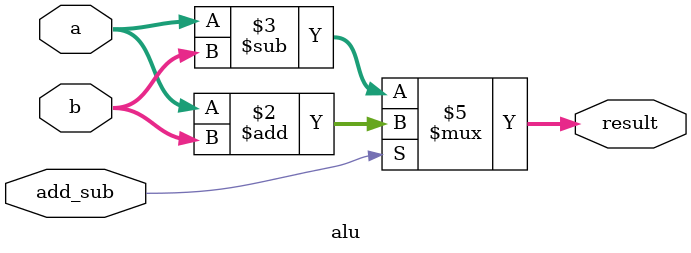
<source format=v>
module alu (
    input [7:0] a,
    input [15:0] b,
    input add_sub,
    output reg [15:0] result
);
    always @* begin
        if (add_sub) begin
            result = a + b;
        end else begin
            result = a - b;
        end
    end
endmodule

</source>
